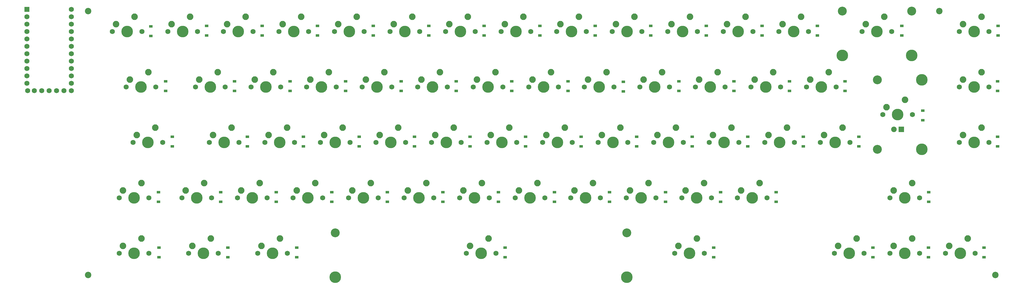
<source format=gbs>
G04 #@! TF.GenerationSoftware,KiCad,Pcbnew,(5.1.9)-1*
G04 #@! TF.CreationDate,2021-03-26T16:48:03+01:00*
G04 #@! TF.ProjectId,rabbitholev1,72616262-6974-4686-9f6c-6576312e6b69,rev?*
G04 #@! TF.SameCoordinates,Original*
G04 #@! TF.FileFunction,Soldermask,Bot*
G04 #@! TF.FilePolarity,Negative*
%FSLAX46Y46*%
G04 Gerber Fmt 4.6, Leading zero omitted, Abs format (unit mm)*
G04 Created by KiCad (PCBNEW (5.1.9)-1) date 2021-03-26 16:48:03*
%MOMM*%
%LPD*%
G01*
G04 APERTURE LIST*
%ADD10C,2.200000*%
%ADD11C,1.752600*%
%ADD12R,1.752600X1.752600*%
%ADD13C,2.250000*%
%ADD14C,3.987800*%
%ADD15C,1.750000*%
%ADD16C,3.048000*%
%ADD17R,1.905000X1.905000*%
%ADD18C,1.905000*%
%ADD19R,1.200000X0.900000*%
G04 APERTURE END LIST*
D10*
G04 #@! TO.C,H4*
X307314600Y-220192600D03*
G04 #@! TD*
G04 #@! TO.C,H3*
X-3810000Y-220192600D03*
G04 #@! TD*
G04 #@! TO.C,H2*
X288137600Y-129540000D03*
G04 #@! TD*
G04 #@! TO.C,H1*
X-3810000Y-129540000D03*
G04 #@! TD*
D11*
G04 #@! TO.C,U1*
X-22275800Y-156834840D03*
X-19735800Y-156834840D03*
X-17195800Y-156834840D03*
X-14655800Y-156834840D03*
X-12115800Y-156834840D03*
X-9575800Y-128894840D03*
X-24587200Y-156834840D03*
X-9575800Y-131434840D03*
X-9575800Y-133974840D03*
X-9575800Y-136514840D03*
X-9575800Y-139054840D03*
X-9575800Y-141594840D03*
X-9575800Y-144134840D03*
X-9575800Y-146674840D03*
X-9575800Y-149214840D03*
X-9575800Y-151754840D03*
X-9575800Y-154294840D03*
X-9575800Y-156834840D03*
X-24815800Y-154294840D03*
X-24815800Y-151754840D03*
X-24815800Y-149214840D03*
X-24815800Y-146674840D03*
X-24815800Y-144134840D03*
X-24815800Y-141594840D03*
X-24815800Y-139054840D03*
X-24815800Y-136514840D03*
X-24815800Y-133974840D03*
X-24815800Y-131434840D03*
D12*
X-24815800Y-128894840D03*
G04 #@! TD*
D13*
G04 #@! TO.C,MX17*
X40640000Y-150495000D03*
D14*
X38100000Y-155575000D03*
D13*
X34290000Y-153035000D03*
D15*
X33020000Y-155575000D03*
X43180000Y-155575000D03*
G04 #@! TD*
D13*
G04 #@! TO.C,MX18*
X59690000Y-150495000D03*
D14*
X57150000Y-155575000D03*
D13*
X53340000Y-153035000D03*
D15*
X52070000Y-155575000D03*
X62230000Y-155575000D03*
G04 #@! TD*
D13*
G04 #@! TO.C,MX16*
X16811769Y-150495000D03*
D14*
X14271769Y-155575000D03*
D13*
X10461769Y-153035000D03*
D15*
X9191769Y-155575000D03*
X19351769Y-155575000D03*
G04 #@! TD*
D13*
G04 #@! TO.C,MX66*
X297815000Y-207645000D03*
D14*
X295275000Y-212725000D03*
D13*
X291465000Y-210185000D03*
D15*
X290195000Y-212725000D03*
X300355000Y-212725000D03*
G04 #@! TD*
D13*
G04 #@! TO.C,MX65*
X278765000Y-207645000D03*
D14*
X276225000Y-212725000D03*
D13*
X272415000Y-210185000D03*
D15*
X271145000Y-212725000D03*
X281305000Y-212725000D03*
G04 #@! TD*
D13*
G04 #@! TO.C,MX64*
X259715000Y-207645000D03*
D14*
X257175000Y-212725000D03*
D13*
X253365000Y-210185000D03*
D15*
X252095000Y-212725000D03*
X262255000Y-212725000D03*
G04 #@! TD*
D13*
G04 #@! TO.C,MX63*
X204978000Y-207645000D03*
D14*
X202438000Y-212725000D03*
D13*
X198628000Y-210185000D03*
D15*
X197358000Y-212725000D03*
X207518000Y-212725000D03*
G04 #@! TD*
D13*
G04 #@! TO.C,MX62*
X133477000Y-207645000D03*
D14*
X130937000Y-212725000D03*
D13*
X127127000Y-210185000D03*
D15*
X125857000Y-212725000D03*
X136017000Y-212725000D03*
D16*
X80937100Y-205740000D03*
X180936900Y-205740000D03*
D14*
X80937100Y-220980000D03*
X180936900Y-220980000D03*
G04 #@! TD*
D13*
G04 #@! TO.C,MX61*
X61976000Y-207645000D03*
D14*
X59436000Y-212725000D03*
D13*
X55626000Y-210185000D03*
D15*
X54356000Y-212725000D03*
X64516000Y-212725000D03*
G04 #@! TD*
D13*
G04 #@! TO.C,MX60*
X38227000Y-207645000D03*
D14*
X35687000Y-212725000D03*
D13*
X31877000Y-210185000D03*
D15*
X30607000Y-212725000D03*
X40767000Y-212725000D03*
G04 #@! TD*
D13*
G04 #@! TO.C,MX59*
X14478000Y-207645000D03*
D14*
X11938000Y-212725000D03*
D13*
X8128000Y-210185000D03*
D15*
X6858000Y-212725000D03*
X17018000Y-212725000D03*
G04 #@! TD*
D13*
G04 #@! TO.C,MX58*
X278765000Y-188595000D03*
D14*
X276225000Y-193675000D03*
D13*
X272415000Y-191135000D03*
D15*
X271145000Y-193675000D03*
X281305000Y-193675000D03*
G04 #@! TD*
D13*
G04 #@! TO.C,MX57*
X226441000Y-188595000D03*
D14*
X223901000Y-193675000D03*
D13*
X220091000Y-191135000D03*
D15*
X218821000Y-193675000D03*
X228981000Y-193675000D03*
G04 #@! TD*
D13*
G04 #@! TO.C,MX56*
X207391000Y-188595000D03*
D14*
X204851000Y-193675000D03*
D13*
X201041000Y-191135000D03*
D15*
X199771000Y-193675000D03*
X209931000Y-193675000D03*
G04 #@! TD*
D13*
G04 #@! TO.C,MX55*
X188341000Y-188595000D03*
D14*
X185801000Y-193675000D03*
D13*
X181991000Y-191135000D03*
D15*
X180721000Y-193675000D03*
X190881000Y-193675000D03*
G04 #@! TD*
D13*
G04 #@! TO.C,MX54*
X169291000Y-188595000D03*
D14*
X166751000Y-193675000D03*
D13*
X162941000Y-191135000D03*
D15*
X161671000Y-193675000D03*
X171831000Y-193675000D03*
G04 #@! TD*
D13*
G04 #@! TO.C,MX53*
X150241000Y-188595000D03*
D14*
X147701000Y-193675000D03*
D13*
X143891000Y-191135000D03*
D15*
X142621000Y-193675000D03*
X152781000Y-193675000D03*
G04 #@! TD*
D13*
G04 #@! TO.C,MX52*
X131191000Y-188595000D03*
D14*
X128651000Y-193675000D03*
D13*
X124841000Y-191135000D03*
D15*
X123571000Y-193675000D03*
X133731000Y-193675000D03*
G04 #@! TD*
D13*
G04 #@! TO.C,MX51*
X112141000Y-188595000D03*
D14*
X109601000Y-193675000D03*
D13*
X105791000Y-191135000D03*
D15*
X104521000Y-193675000D03*
X114681000Y-193675000D03*
G04 #@! TD*
D13*
G04 #@! TO.C,MX50*
X93091000Y-188595000D03*
D14*
X90551000Y-193675000D03*
D13*
X86741000Y-191135000D03*
D15*
X85471000Y-193675000D03*
X95631000Y-193675000D03*
G04 #@! TD*
D13*
G04 #@! TO.C,MX49*
X74041000Y-188595000D03*
D14*
X71501000Y-193675000D03*
D13*
X67691000Y-191135000D03*
D15*
X66421000Y-193675000D03*
X76581000Y-193675000D03*
G04 #@! TD*
D13*
G04 #@! TO.C,MX48*
X54991000Y-188595000D03*
D14*
X52451000Y-193675000D03*
D13*
X48641000Y-191135000D03*
D15*
X47371000Y-193675000D03*
X57531000Y-193675000D03*
G04 #@! TD*
D13*
G04 #@! TO.C,MX47*
X35941000Y-188595000D03*
D14*
X33401000Y-193675000D03*
D13*
X29591000Y-191135000D03*
D15*
X28321000Y-193675000D03*
X38481000Y-193675000D03*
G04 #@! TD*
D13*
G04 #@! TO.C,MX46*
X14478000Y-188595000D03*
D14*
X11938000Y-193675000D03*
D13*
X8128000Y-191135000D03*
D15*
X6858000Y-193675000D03*
X17018000Y-193675000D03*
G04 #@! TD*
D13*
G04 #@! TO.C,MX44*
X302577500Y-169545000D03*
D14*
X300037500Y-174625000D03*
D13*
X296227500Y-172085000D03*
D15*
X294957500Y-174625000D03*
X305117500Y-174625000D03*
G04 #@! TD*
D13*
G04 #@! TO.C,MX43*
X254889000Y-169545000D03*
D14*
X252349000Y-174625000D03*
D13*
X248539000Y-172085000D03*
D15*
X247269000Y-174625000D03*
X257429000Y-174625000D03*
G04 #@! TD*
D13*
G04 #@! TO.C,MX42*
X235839000Y-169545000D03*
D14*
X233299000Y-174625000D03*
D13*
X229489000Y-172085000D03*
D15*
X228219000Y-174625000D03*
X238379000Y-174625000D03*
G04 #@! TD*
D13*
G04 #@! TO.C,MX41*
X216789000Y-169545000D03*
D14*
X214249000Y-174625000D03*
D13*
X210439000Y-172085000D03*
D15*
X209169000Y-174625000D03*
X219329000Y-174625000D03*
G04 #@! TD*
D13*
G04 #@! TO.C,MX40*
X197739000Y-169545000D03*
D14*
X195199000Y-174625000D03*
D13*
X191389000Y-172085000D03*
D15*
X190119000Y-174625000D03*
X200279000Y-174625000D03*
G04 #@! TD*
D13*
G04 #@! TO.C,MX39*
X178689000Y-169545000D03*
D14*
X176149000Y-174625000D03*
D13*
X172339000Y-172085000D03*
D15*
X171069000Y-174625000D03*
X181229000Y-174625000D03*
G04 #@! TD*
D13*
G04 #@! TO.C,MX38*
X159639000Y-169545000D03*
D14*
X157099000Y-174625000D03*
D13*
X153289000Y-172085000D03*
D15*
X152019000Y-174625000D03*
X162179000Y-174625000D03*
G04 #@! TD*
D13*
G04 #@! TO.C,MX37*
X140589000Y-169545000D03*
D14*
X138049000Y-174625000D03*
D13*
X134239000Y-172085000D03*
D15*
X132969000Y-174625000D03*
X143129000Y-174625000D03*
G04 #@! TD*
D13*
G04 #@! TO.C,MX36*
X121539000Y-169545000D03*
D14*
X118999000Y-174625000D03*
D13*
X115189000Y-172085000D03*
D15*
X113919000Y-174625000D03*
X124079000Y-174625000D03*
G04 #@! TD*
D13*
G04 #@! TO.C,MX35*
X102489000Y-169545000D03*
D14*
X99949000Y-174625000D03*
D13*
X96139000Y-172085000D03*
D15*
X94869000Y-174625000D03*
X105029000Y-174625000D03*
G04 #@! TD*
D13*
G04 #@! TO.C,MX34*
X83439000Y-169545000D03*
D14*
X80899000Y-174625000D03*
D13*
X77089000Y-172085000D03*
D15*
X75819000Y-174625000D03*
X85979000Y-174625000D03*
G04 #@! TD*
D13*
G04 #@! TO.C,MX33*
X64389000Y-169545000D03*
D14*
X61849000Y-174625000D03*
D13*
X58039000Y-172085000D03*
D15*
X56769000Y-174625000D03*
X66929000Y-174625000D03*
G04 #@! TD*
D13*
G04 #@! TO.C,MX32*
X45339000Y-169545000D03*
D14*
X42799000Y-174625000D03*
D13*
X38989000Y-172085000D03*
D15*
X37719000Y-174625000D03*
X47879000Y-174625000D03*
G04 #@! TD*
D13*
G04 #@! TO.C,MX31*
X19177000Y-169545000D03*
D14*
X16637000Y-174625000D03*
D13*
X12827000Y-172085000D03*
D15*
X11557000Y-174625000D03*
X21717000Y-174625000D03*
G04 #@! TD*
D13*
G04 #@! TO.C,MX30*
X302577500Y-150495000D03*
D14*
X300037500Y-155575000D03*
D13*
X296227500Y-153035000D03*
D15*
X294957500Y-155575000D03*
X305117500Y-155575000D03*
G04 #@! TD*
D13*
G04 #@! TO.C,MX28*
X250190000Y-150495000D03*
D14*
X247650000Y-155575000D03*
D13*
X243840000Y-153035000D03*
D15*
X242570000Y-155575000D03*
X252730000Y-155575000D03*
G04 #@! TD*
D13*
G04 #@! TO.C,MX27*
X231140000Y-150495000D03*
D14*
X228600000Y-155575000D03*
D13*
X224790000Y-153035000D03*
D15*
X223520000Y-155575000D03*
X233680000Y-155575000D03*
G04 #@! TD*
D13*
G04 #@! TO.C,MX26*
X212090000Y-150495000D03*
D14*
X209550000Y-155575000D03*
D13*
X205740000Y-153035000D03*
D15*
X204470000Y-155575000D03*
X214630000Y-155575000D03*
G04 #@! TD*
D13*
G04 #@! TO.C,MX25*
X193040000Y-150495000D03*
D14*
X190500000Y-155575000D03*
D13*
X186690000Y-153035000D03*
D15*
X185420000Y-155575000D03*
X195580000Y-155575000D03*
G04 #@! TD*
D13*
G04 #@! TO.C,MX24*
X173990000Y-150495000D03*
D14*
X171450000Y-155575000D03*
D13*
X167640000Y-153035000D03*
D15*
X166370000Y-155575000D03*
X176530000Y-155575000D03*
G04 #@! TD*
D13*
G04 #@! TO.C,MX23*
X154940000Y-150495000D03*
D14*
X152400000Y-155575000D03*
D13*
X148590000Y-153035000D03*
D15*
X147320000Y-155575000D03*
X157480000Y-155575000D03*
G04 #@! TD*
D13*
G04 #@! TO.C,MX22*
X135890000Y-150495000D03*
D14*
X133350000Y-155575000D03*
D13*
X129540000Y-153035000D03*
D15*
X128270000Y-155575000D03*
X138430000Y-155575000D03*
G04 #@! TD*
D13*
G04 #@! TO.C,MX21*
X116840000Y-150495000D03*
D14*
X114300000Y-155575000D03*
D13*
X110490000Y-153035000D03*
D15*
X109220000Y-155575000D03*
X119380000Y-155575000D03*
G04 #@! TD*
D13*
G04 #@! TO.C,MX20*
X97790000Y-150495000D03*
D14*
X95250000Y-155575000D03*
D13*
X91440000Y-153035000D03*
D15*
X90170000Y-155575000D03*
X100330000Y-155575000D03*
G04 #@! TD*
D13*
G04 #@! TO.C,MX19*
X78740000Y-150495000D03*
D14*
X76200000Y-155575000D03*
D13*
X72390000Y-153035000D03*
D15*
X71120000Y-155575000D03*
X81280000Y-155575000D03*
G04 #@! TD*
D13*
G04 #@! TO.C,MX15*
X302577500Y-131445000D03*
D14*
X300037500Y-136525000D03*
D13*
X296227500Y-133985000D03*
D15*
X294957500Y-136525000D03*
X305117500Y-136525000D03*
G04 #@! TD*
D13*
G04 #@! TO.C,MX14*
X269240000Y-131445000D03*
D14*
X266700000Y-136525000D03*
D13*
X262890000Y-133985000D03*
D15*
X261620000Y-136525000D03*
X271780000Y-136525000D03*
D16*
X254793750Y-129540000D03*
X278606250Y-129540000D03*
D14*
X254793750Y-144780000D03*
X278606250Y-144780000D03*
G04 #@! TD*
D13*
G04 #@! TO.C,MX13*
X240665000Y-131445000D03*
D14*
X238125000Y-136525000D03*
D13*
X234315000Y-133985000D03*
D15*
X233045000Y-136525000D03*
X243205000Y-136525000D03*
G04 #@! TD*
D13*
G04 #@! TO.C,MX12*
X221615000Y-131445000D03*
D14*
X219075000Y-136525000D03*
D13*
X215265000Y-133985000D03*
D15*
X213995000Y-136525000D03*
X224155000Y-136525000D03*
G04 #@! TD*
D13*
G04 #@! TO.C,MX11*
X202565000Y-131445000D03*
D14*
X200025000Y-136525000D03*
D13*
X196215000Y-133985000D03*
D15*
X194945000Y-136525000D03*
X205105000Y-136525000D03*
G04 #@! TD*
D13*
G04 #@! TO.C,MX10*
X183515000Y-131445000D03*
D14*
X180975000Y-136525000D03*
D13*
X177165000Y-133985000D03*
D15*
X175895000Y-136525000D03*
X186055000Y-136525000D03*
G04 #@! TD*
D13*
G04 #@! TO.C,MX9*
X164465000Y-131445000D03*
D14*
X161925000Y-136525000D03*
D13*
X158115000Y-133985000D03*
D15*
X156845000Y-136525000D03*
X167005000Y-136525000D03*
G04 #@! TD*
D13*
G04 #@! TO.C,MX8*
X145415000Y-131445000D03*
D14*
X142875000Y-136525000D03*
D13*
X139065000Y-133985000D03*
D15*
X137795000Y-136525000D03*
X147955000Y-136525000D03*
G04 #@! TD*
D13*
G04 #@! TO.C,MX7*
X126365000Y-131445000D03*
D14*
X123825000Y-136525000D03*
D13*
X120015000Y-133985000D03*
D15*
X118745000Y-136525000D03*
X128905000Y-136525000D03*
G04 #@! TD*
D13*
G04 #@! TO.C,MX6*
X107315000Y-131445000D03*
D14*
X104775000Y-136525000D03*
D13*
X100965000Y-133985000D03*
D15*
X99695000Y-136525000D03*
X109855000Y-136525000D03*
G04 #@! TD*
D13*
G04 #@! TO.C,MX5*
X88265000Y-131445000D03*
D14*
X85725000Y-136525000D03*
D13*
X81915000Y-133985000D03*
D15*
X80645000Y-136525000D03*
X90805000Y-136525000D03*
G04 #@! TD*
D13*
G04 #@! TO.C,MX4*
X69215000Y-131445000D03*
D14*
X66675000Y-136525000D03*
D13*
X62865000Y-133985000D03*
D15*
X61595000Y-136525000D03*
X71755000Y-136525000D03*
G04 #@! TD*
D13*
G04 #@! TO.C,MX3*
X50165000Y-131445000D03*
D14*
X47625000Y-136525000D03*
D13*
X43815000Y-133985000D03*
D15*
X42545000Y-136525000D03*
X52705000Y-136525000D03*
G04 #@! TD*
D13*
G04 #@! TO.C,MX2*
X31115000Y-131445000D03*
D14*
X28575000Y-136525000D03*
D13*
X24765000Y-133985000D03*
D15*
X23495000Y-136525000D03*
X33655000Y-136525000D03*
G04 #@! TD*
D13*
G04 #@! TO.C,MX1*
X12065000Y-131445000D03*
D14*
X9525000Y-136525000D03*
D13*
X5715000Y-133985000D03*
D15*
X4445000Y-136525000D03*
X14605000Y-136525000D03*
G04 #@! TD*
D14*
G04 #@! TO.C,MX29*
X282067000Y-153162000D03*
X282067000Y-177038000D03*
D16*
X266827000Y-153162000D03*
X266827000Y-177038000D03*
D15*
X278892000Y-165100000D03*
X268732000Y-165100000D03*
D17*
X275082000Y-170180000D03*
D18*
X272542000Y-170180000D03*
D13*
X270002000Y-162560000D03*
D14*
X273812000Y-165100000D03*
D13*
X276352000Y-160020000D03*
G04 #@! TD*
D19*
G04 #@! TO.C,D66*
X303403000Y-210821000D03*
X303403000Y-214121000D03*
G04 #@! TD*
G04 #@! TO.C,D65*
X284353000Y-210821000D03*
X284353000Y-214121000D03*
G04 #@! TD*
G04 #@! TO.C,D64*
X265303000Y-210821000D03*
X265303000Y-214121000D03*
G04 #@! TD*
G04 #@! TO.C,D63*
X210693000Y-210821000D03*
X210693000Y-214121000D03*
G04 #@! TD*
G04 #@! TO.C,D62*
X139192000Y-210821000D03*
X139192000Y-214121000D03*
G04 #@! TD*
G04 #@! TO.C,D61*
X67691000Y-210822000D03*
X67691000Y-214122000D03*
G04 #@! TD*
G04 #@! TO.C,D60*
X44069000Y-210821000D03*
X44069000Y-214121000D03*
G04 #@! TD*
G04 #@! TO.C,D59*
X20447000Y-210821000D03*
X20447000Y-214121000D03*
G04 #@! TD*
G04 #@! TO.C,D58*
X284480000Y-191771000D03*
X284480000Y-195071000D03*
G04 #@! TD*
G04 #@! TO.C,D57*
X232156000Y-191771000D03*
X232156000Y-195071000D03*
G04 #@! TD*
G04 #@! TO.C,D56*
X213106000Y-191771000D03*
X213106000Y-195071000D03*
G04 #@! TD*
G04 #@! TO.C,D55*
X194183000Y-191771000D03*
X194183000Y-195071000D03*
G04 #@! TD*
G04 #@! TO.C,D54*
X175006000Y-191771000D03*
X175006000Y-195071000D03*
G04 #@! TD*
G04 #@! TO.C,D53*
X156083000Y-191771000D03*
X156083000Y-195071000D03*
G04 #@! TD*
G04 #@! TO.C,D52*
X136906000Y-191771000D03*
X136906000Y-195071000D03*
G04 #@! TD*
G04 #@! TO.C,D51*
X117856000Y-191771000D03*
X117856000Y-195071000D03*
G04 #@! TD*
G04 #@! TO.C,D50*
X98806000Y-191771000D03*
X98806000Y-195071000D03*
G04 #@! TD*
G04 #@! TO.C,D49*
X79756000Y-191771000D03*
X79756000Y-195071000D03*
G04 #@! TD*
G04 #@! TO.C,D48*
X60706000Y-191771000D03*
X60706000Y-195071000D03*
G04 #@! TD*
G04 #@! TO.C,D47*
X41656000Y-191771000D03*
X41656000Y-195071000D03*
G04 #@! TD*
G04 #@! TO.C,D46*
X20320000Y-191771000D03*
X20320000Y-195071000D03*
G04 #@! TD*
G04 #@! TO.C,D44*
X308102000Y-172721000D03*
X308102000Y-176021000D03*
G04 #@! TD*
G04 #@! TO.C,D43*
X260477000Y-172721000D03*
X260477000Y-176021000D03*
G04 #@! TD*
G04 #@! TO.C,D42*
X241427000Y-172721000D03*
X241427000Y-176021000D03*
G04 #@! TD*
G04 #@! TO.C,D41*
X222377000Y-172721000D03*
X222377000Y-176021000D03*
G04 #@! TD*
G04 #@! TO.C,D40*
X203327000Y-172721000D03*
X203327000Y-176021000D03*
G04 #@! TD*
G04 #@! TO.C,D39*
X184277000Y-172721000D03*
X184277000Y-176021000D03*
G04 #@! TD*
G04 #@! TO.C,D38*
X165227000Y-172721000D03*
X165227000Y-176021000D03*
G04 #@! TD*
G04 #@! TO.C,D37*
X146177000Y-172721000D03*
X146177000Y-176021000D03*
G04 #@! TD*
G04 #@! TO.C,D36*
X127127000Y-172721000D03*
X127127000Y-176021000D03*
G04 #@! TD*
G04 #@! TO.C,D35*
X108077000Y-172721000D03*
X108077000Y-176021000D03*
G04 #@! TD*
G04 #@! TO.C,D34*
X89154000Y-172721000D03*
X89154000Y-176021000D03*
G04 #@! TD*
G04 #@! TO.C,D33*
X69977000Y-172721000D03*
X69977000Y-176021000D03*
G04 #@! TD*
G04 #@! TO.C,D32*
X50800000Y-172721000D03*
X50800000Y-176021000D03*
G04 #@! TD*
G04 #@! TO.C,D31*
X25019000Y-172721000D03*
X25019000Y-176021000D03*
G04 #@! TD*
G04 #@! TO.C,D30*
X308102000Y-153671000D03*
X308102000Y-156971000D03*
G04 #@! TD*
G04 #@! TO.C,D29*
X282448000Y-163704000D03*
X282448000Y-167004000D03*
G04 #@! TD*
G04 #@! TO.C,D28*
X255778000Y-153671000D03*
X255778000Y-156971000D03*
G04 #@! TD*
G04 #@! TO.C,D27*
X236728000Y-153671000D03*
X236728000Y-156971000D03*
G04 #@! TD*
G04 #@! TO.C,D26*
X217678000Y-153671000D03*
X217678000Y-156971000D03*
G04 #@! TD*
G04 #@! TO.C,D25*
X198755000Y-153671000D03*
X198755000Y-156971000D03*
G04 #@! TD*
G04 #@! TO.C,D24*
X179705000Y-153798000D03*
X179705000Y-157098000D03*
G04 #@! TD*
G04 #@! TO.C,D23*
X160782000Y-153671000D03*
X160782000Y-156971000D03*
G04 #@! TD*
G04 #@! TO.C,D22*
X141478000Y-153671000D03*
X141478000Y-156971000D03*
G04 #@! TD*
G04 #@! TO.C,D21*
X122428000Y-153671000D03*
X122428000Y-156971000D03*
G04 #@! TD*
G04 #@! TO.C,D20*
X103505000Y-153671000D03*
X103505000Y-156971000D03*
G04 #@! TD*
G04 #@! TO.C,D19*
X84455000Y-153671000D03*
X84455000Y-156971000D03*
G04 #@! TD*
G04 #@! TO.C,D18*
X65405000Y-153671000D03*
X65405000Y-156971000D03*
G04 #@! TD*
G04 #@! TO.C,D17*
X46355000Y-153671000D03*
X46355000Y-156971000D03*
G04 #@! TD*
G04 #@! TO.C,D16*
X22733000Y-153671000D03*
X22733000Y-156971000D03*
G04 #@! TD*
G04 #@! TO.C,D15*
X308229000Y-134621000D03*
X308229000Y-137921000D03*
G04 #@! TD*
G04 #@! TO.C,D14*
X275209000Y-134621000D03*
X275209000Y-137921000D03*
G04 #@! TD*
G04 #@! TO.C,D13*
X246253000Y-134621000D03*
X246253000Y-137921000D03*
G04 #@! TD*
G04 #@! TO.C,D12*
X227330000Y-134621000D03*
X227330000Y-137921000D03*
G04 #@! TD*
G04 #@! TO.C,D11*
X208153000Y-134621000D03*
X208153000Y-137921000D03*
G04 #@! TD*
G04 #@! TO.C,D10*
X189103000Y-134621000D03*
X189103000Y-137921000D03*
G04 #@! TD*
G04 #@! TO.C,D9*
X170053000Y-134621000D03*
X170053000Y-137921000D03*
G04 #@! TD*
G04 #@! TO.C,D8*
X151130000Y-134621000D03*
X151130000Y-137921000D03*
G04 #@! TD*
G04 #@! TO.C,D7*
X131953000Y-134621000D03*
X131953000Y-137921000D03*
G04 #@! TD*
G04 #@! TO.C,D6*
X113030000Y-134621000D03*
X113030000Y-137921000D03*
G04 #@! TD*
G04 #@! TO.C,D5*
X93980000Y-134621000D03*
X93980000Y-137921000D03*
G04 #@! TD*
G04 #@! TO.C,D4*
X74803000Y-134621000D03*
X74803000Y-137921000D03*
G04 #@! TD*
G04 #@! TO.C,D3*
X55880000Y-134621000D03*
X55880000Y-137921000D03*
G04 #@! TD*
G04 #@! TO.C,D2*
X36830000Y-134621000D03*
X36830000Y-137921000D03*
G04 #@! TD*
G04 #@! TO.C,D1*
X17653000Y-134748000D03*
X17653000Y-138048000D03*
G04 #@! TD*
M02*

</source>
